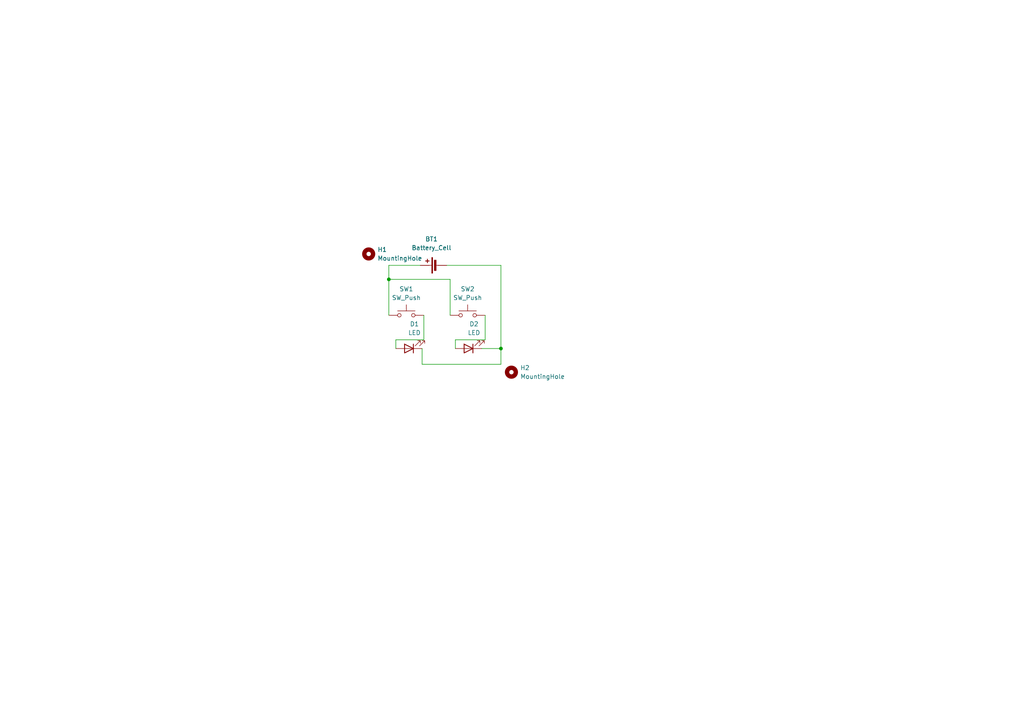
<source format=kicad_sch>
(kicad_sch (version 20230121) (generator eeschema)
  (paper "A4")
  (lib_symbols
    (symbol "Device:Battery_Cell" (pin_numbers hide) (pin_names (offset 0) hide)
      (property "Reference" "BT" (at 2.54 2.54 0))
      (property "Value" "Battery_Cell" (at 2.54 0 0))
      (symbol "Battery_Cell_0_1"
        (rectangle (start -2.286 1.778) (end 2.286 1.524) (fill (type outline)))
        (rectangle (start -1.524 1.016) (end 1.524 0.508) (fill (type outline)))
        (polyline (pts (xy 0 0.762) (xy 0 0)))
        (polyline (pts (xy 0 1.778) (xy 0 2.54)))
        (polyline (pts (xy 0.762 3.048) (xy 1.778 3.048)) (stroke (width 0.254)))
        (polyline (pts (xy 1.27 3.556) (xy 1.27 2.54)) (stroke (width 0.254)))
      )
      (symbol "Battery_Cell_1_1"
        (pin passive line (at 0 5.08 270) (length 2.54) (name "+") (number "1"))
        (pin passive line (at 0 -2.54 90) (length 2.54) (name "-") (number "2"))
      )
    )
    (symbol "Device:LED" (pin_numbers hide) (pin_names (offset 1.016) hide)
      (property "Reference" "D" (at 0 2.54 0))
      (property "Value" "LED" (at 0 -2.54 0))
      (symbol "LED_0_1"
        (polyline (pts (xy -1.27 -1.27) (xy -1.27 1.27)) (stroke (width 0.254)))
        (polyline (pts (xy -1.27 0) (xy 1.27 0)))
        (polyline (pts (xy 1.27 -1.27) (xy 1.27 1.27) (xy -1.27 0) (xy 1.27 -1.27)) (stroke (width 0.254)))
        (polyline (pts (xy -3.048 -0.762) (xy -4.572 -2.286) (xy -3.81 -2.286) (xy -4.572 -2.286) (xy -4.572 -1.524)))
        (polyline (pts (xy -1.778 -0.762) (xy -3.302 -2.286) (xy -2.54 -2.286) (xy -3.302 -2.286) (xy -3.302 -1.524)))
      )
      (symbol "LED_1_1"
        (pin passive line (at -3.81 0 0) (length 2.54) (name "K") (number "1"))
        (pin passive line (at 3.81 0 180) (length 2.54) (name "A") (number "2"))
      )
    )
    (symbol "Mechanical:MountingHole" (pin_names (offset 1.016))
      (property "Reference" "H" (at 0 5.08 0))
      (property "Value" "MountingHole" (at 0 3.175 0))
      (symbol "MountingHole_0_1"
        (circle (center 0 0) (radius 1.27) (stroke (width 1.27)))
      )
    )
    (symbol "Switch:SW_Push" (pin_numbers hide) (pin_names (offset 1.016) hide)
      (property "Reference" "SW" (at 1.27 2.54 0))
      (property "Value" "SW_Push" (at 0 -1.524 0))
      (symbol "SW_Push_0_1"
        (circle (center -2.032 0) (radius 0.508))
        (polyline (pts (xy 0 1.27) (xy 0 3.048)))
        (polyline (pts (xy 2.54 1.27) (xy -2.54 1.27)))
        (circle (center 2.032 0) (radius 0.508))
        (pin passive line (at -5.08 0 0) (length 2.54) (name "1") (number "1"))
        (pin passive line (at 5.08 0 180) (length 2.54) (name "2") (number "2"))
      )
    )
  )
  (junction (at 145.288 101.092))
  (junction (at 112.776 81.026))
  (wire (pts (xy 130.556 91.44) (xy 130.556 81.026)))
  (wire (pts (xy 132.08 98.552) (xy 132.08 101.092)))
  (wire (pts (xy 129.54 76.962) (xy 145.288 76.962)))
  (wire (pts (xy 145.288 101.092) (xy 145.288 105.664)))
  (wire (pts (xy 145.288 76.962) (xy 145.288 101.092)))
  (wire (pts (xy 122.428 101.092) (xy 122.428 105.664)))
  (wire (pts (xy 139.7 101.092) (xy 145.288 101.092)))
  (wire (pts (xy 140.716 91.44) (xy 140.716 98.552)))
  (wire (pts (xy 140.716 98.552) (xy 132.08 98.552)))
  (wire (pts (xy 112.776 81.026) (xy 130.556 81.026)))
  (wire (pts (xy 121.92 76.962) (xy 112.776 76.962)))
  (wire (pts (xy 122.936 98.552) (xy 114.808 98.552)))
  (wire (pts (xy 112.776 81.026) (xy 112.776 91.44)))
  (wire (pts (xy 112.776 76.962) (xy 112.776 81.026)))
  (wire (pts (xy 122.428 105.664) (xy 145.288 105.664)))
  (wire (pts (xy 114.808 98.552) (xy 114.808 101.092)))
  (wire (pts (xy 122.936 91.44) (xy 122.936 98.552)))
  (symbol (lib_id "Device:Battery_Cell") (at 127 76.962 90) (unit 1)
    (property "Reference" "BT1" (at 125.1585 69.342 90))
    (property "Value" "Battery_Cell" (at 125.1585 71.882 90))
    (property "Footprint" "Battery:BatteryHolder_Keystone_3034_1x20mm" (effects hide))
  )
  (symbol (lib_id "Device:LED") (at 118.618 101.092 180) (unit 1)
    (property "Reference" "D1" (at 120.2055 93.98 0))
    (property "Value" "LED" (at 120.2055 96.52 0))
    (property "Footprint" "LED_SMD:LED_0603_1608Metric_Pad1.05x0.95mm_HandSolder" (effects hide))
  )
  (symbol (lib_id "Device:LED") (at 135.89 101.092 180) (unit 1)
    (property "Reference" "D2" (at 137.4775 93.98 0))
    (property "Value" "LED" (at 137.4775 96.52 0))
    (property "Footprint" "LED_SMD:LED_0603_1608Metric_Pad1.05x0.95mm_HandSolder" (effects hide))
  )
  (symbol (lib_id "Switch:SW_Push") (at 117.856 91.44 0) (unit 1)
    (property "Reference" "SW1" (at 117.856 83.82 0))
    (property "Value" "SW_Push" (at 117.856 86.36 0))
    (property "Footprint" "buttons_custom:gbc_pad_buttons_small" (effects hide))
  )
  (symbol (lib_id "Mechanical:MountingHole") (at 106.934 73.66 0) (unit 1)
    (property "Reference" "H1" (at 109.474 72.39 0) (effects (justify left)))
    (property "Value" "MountingHole" (at 109.474 74.93 0) (effects (justify left)))
    (property "Footprint" "MountingHole:MountingHole_2.1mm" (effects hide))
  )
  (symbol (lib_id "Mechanical:MountingHole") (at 148.336 107.95 0) (unit 1)
    (property "Reference" "H2" (at 150.876 106.68 0) (effects (justify left)))
    (property "Value" "MountingHole" (at 150.876 109.22 0) (effects (justify left)))
    (property "Footprint" "MountingHole:MountingHole_2.1mm" (effects hide))
  )
  (symbol (lib_id "Switch:SW_Push") (at 135.636 91.44 0) (unit 1)
    (property "Reference" "SW2" (at 135.636 83.82 0))
    (property "Value" "SW_Push" (at 135.636 86.36 0))
    (property "Footprint" "buttons_custom:gbc_pad_buttons_small" (effects hide))
  )
)
</source>
